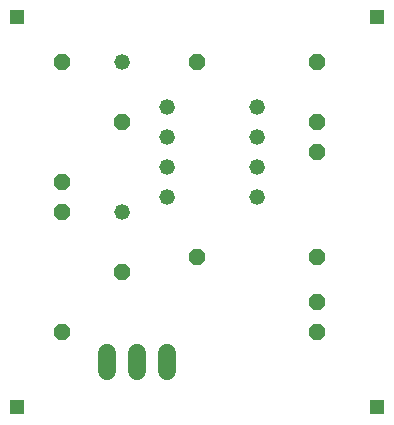
<source format=gbr>
G04 EAGLE Gerber X2 export*
%TF.Part,Single*%
%TF.FileFunction,Copper,L2,Bot,Mixed*%
%TF.FilePolarity,Positive*%
%TF.GenerationSoftware,Autodesk,EAGLE,8.6.1*%
%TF.CreationDate,2018-02-10T19:35:33Z*%
G75*
%MOMM*%
%FSLAX34Y34*%
%LPD*%
%AMOC8*
5,1,8,0,0,1.08239X$1,22.5*%
G01*
%ADD10C,1.320800*%
%ADD11P,1.429621X8X292.500000*%
%ADD12C,1.524000*%
%ADD13P,1.429621X8X202.500000*%
%ADD14P,1.429621X8X112.500000*%
%ADD15R,1.300000X1.300000*%


D10*
X444500Y635000D03*
D11*
X444500Y584200D03*
D10*
X444500Y508000D03*
D11*
X444500Y457200D03*
D10*
X558800Y520700D03*
X558800Y546100D03*
X482600Y546100D03*
X482600Y520700D03*
X558800Y571500D03*
X558800Y596900D03*
X482600Y571500D03*
X482600Y596900D03*
D12*
X482600Y388620D02*
X482600Y373380D01*
X457200Y373380D02*
X457200Y388620D01*
X431800Y388620D02*
X431800Y373380D01*
D11*
X609600Y431800D03*
X609600Y406400D03*
X609600Y584200D03*
X609600Y558800D03*
D13*
X609600Y635000D03*
X508000Y635000D03*
X609600Y469900D03*
X508000Y469900D03*
D14*
X393700Y533400D03*
X393700Y635000D03*
X393700Y406400D03*
X393700Y508000D03*
D15*
X355600Y673100D03*
X660400Y673100D03*
X660400Y342900D03*
X355600Y342900D03*
M02*

</source>
